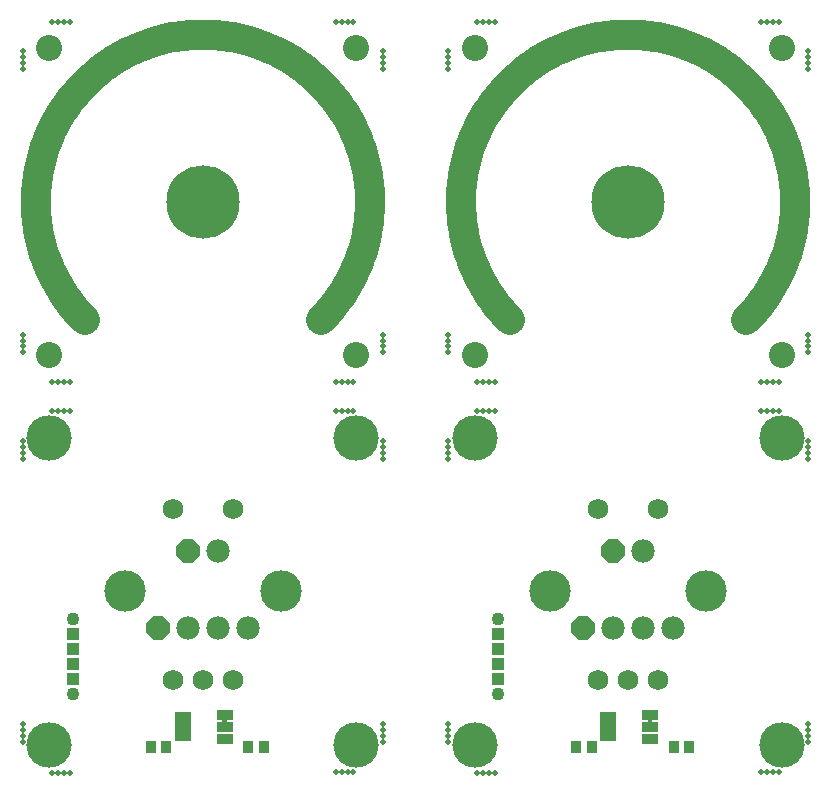
<source format=gbr>
G04 EAGLE Gerber RS-274X export*
G75*
%MOMM*%
%FSLAX34Y34*%
%LPD*%
%INSoldermask Bottom*%
%IPPOS*%
%AMOC8*
5,1,8,0,0,1.08239X$1,22.5*%
G01*
%ADD10C,0.503200*%
%ADD11C,6.203200*%
%ADD12C,2.203200*%
%ADD13C,2.540000*%
%ADD14P,2.144431X8X22.500000*%
%ADD15C,1.981200*%
%ADD16R,1.473200X0.838200*%
%ADD17C,1.727200*%
%ADD18C,3.505200*%
%ADD19R,0.903200X1.103200*%
%ADD20R,1.103200X1.103200*%
%ADD21C,1.103200*%
%ADD22C,3.845200*%

G36*
X589775Y97622D02*
X589775Y97622D01*
X589841Y97624D01*
X589884Y97642D01*
X589931Y97650D01*
X589988Y97684D01*
X590048Y97709D01*
X590083Y97740D01*
X590124Y97765D01*
X590166Y97816D01*
X590214Y97860D01*
X590236Y97902D01*
X590265Y97939D01*
X590286Y98001D01*
X590317Y98060D01*
X590325Y98114D01*
X590337Y98151D01*
X590336Y98191D01*
X590344Y98245D01*
X590344Y102055D01*
X590333Y102120D01*
X590331Y102186D01*
X590313Y102229D01*
X590305Y102276D01*
X590271Y102333D01*
X590246Y102393D01*
X590215Y102428D01*
X590190Y102469D01*
X590139Y102511D01*
X590095Y102559D01*
X590053Y102581D01*
X590016Y102610D01*
X589954Y102631D01*
X589895Y102662D01*
X589841Y102670D01*
X589804Y102682D01*
X589764Y102681D01*
X589710Y102689D01*
X587170Y102689D01*
X587105Y102678D01*
X587039Y102676D01*
X586996Y102658D01*
X586949Y102650D01*
X586892Y102616D01*
X586832Y102591D01*
X586797Y102560D01*
X586756Y102535D01*
X586715Y102484D01*
X586666Y102440D01*
X586644Y102398D01*
X586615Y102361D01*
X586594Y102299D01*
X586563Y102240D01*
X586555Y102186D01*
X586543Y102149D01*
X586543Y102145D01*
X586543Y102144D01*
X586544Y102109D01*
X586536Y102055D01*
X586536Y98245D01*
X586547Y98180D01*
X586549Y98114D01*
X586567Y98071D01*
X586575Y98024D01*
X586609Y97967D01*
X586634Y97907D01*
X586665Y97872D01*
X586690Y97831D01*
X586741Y97790D01*
X586785Y97741D01*
X586827Y97719D01*
X586864Y97690D01*
X586926Y97669D01*
X586985Y97638D01*
X587039Y97630D01*
X587076Y97618D01*
X587116Y97619D01*
X587170Y97611D01*
X589710Y97611D01*
X589775Y97622D01*
G37*
G36*
X229775Y97622D02*
X229775Y97622D01*
X229841Y97624D01*
X229884Y97642D01*
X229931Y97650D01*
X229988Y97684D01*
X230048Y97709D01*
X230083Y97740D01*
X230124Y97765D01*
X230166Y97816D01*
X230214Y97860D01*
X230236Y97902D01*
X230265Y97939D01*
X230286Y98001D01*
X230317Y98060D01*
X230325Y98114D01*
X230337Y98151D01*
X230336Y98191D01*
X230344Y98245D01*
X230344Y102055D01*
X230333Y102120D01*
X230331Y102186D01*
X230313Y102229D01*
X230305Y102276D01*
X230271Y102333D01*
X230246Y102393D01*
X230215Y102428D01*
X230190Y102469D01*
X230139Y102511D01*
X230095Y102559D01*
X230053Y102581D01*
X230016Y102610D01*
X229954Y102631D01*
X229895Y102662D01*
X229841Y102670D01*
X229804Y102682D01*
X229764Y102681D01*
X229710Y102689D01*
X227170Y102689D01*
X227105Y102678D01*
X227039Y102676D01*
X226996Y102658D01*
X226949Y102650D01*
X226892Y102616D01*
X226832Y102591D01*
X226797Y102560D01*
X226756Y102535D01*
X226715Y102484D01*
X226666Y102440D01*
X226644Y102398D01*
X226615Y102361D01*
X226594Y102299D01*
X226563Y102240D01*
X226555Y102186D01*
X226543Y102149D01*
X226543Y102145D01*
X226543Y102144D01*
X226544Y102109D01*
X226536Y102055D01*
X226536Y98245D01*
X226547Y98180D01*
X226549Y98114D01*
X226567Y98071D01*
X226575Y98024D01*
X226609Y97967D01*
X226634Y97907D01*
X226665Y97872D01*
X226690Y97831D01*
X226741Y97790D01*
X226785Y97741D01*
X226827Y97719D01*
X226864Y97690D01*
X226926Y97669D01*
X226985Y97638D01*
X227039Y97630D01*
X227076Y97618D01*
X227116Y97619D01*
X227170Y97611D01*
X229710Y97611D01*
X229775Y97622D01*
G37*
D10*
X92500Y387500D03*
X97500Y387500D03*
X92500Y362500D03*
X97500Y362500D03*
X322500Y362500D03*
X327500Y362500D03*
X327500Y387500D03*
X322500Y387500D03*
X362500Y322500D03*
X362500Y332500D03*
X362500Y92500D03*
X362500Y97500D03*
X327500Y57500D03*
X322500Y57500D03*
X97500Y56250D03*
X92500Y56250D03*
X57500Y92500D03*
X57500Y97500D03*
X57500Y322500D03*
X57500Y327500D03*
X57500Y422500D03*
X57500Y427500D03*
X362500Y422500D03*
X362500Y427500D03*
X362500Y652500D03*
X362500Y657500D03*
X327500Y692500D03*
X322500Y692500D03*
X92500Y692500D03*
X97500Y692500D03*
X57500Y657500D03*
X57500Y652500D03*
D11*
X210000Y540000D03*
D12*
X80000Y670000D03*
X340000Y670000D03*
X340000Y410000D03*
X80000Y410000D03*
D13*
X110000Y440000D02*
X107589Y442471D01*
X105238Y445001D01*
X102950Y447587D01*
X100726Y450228D01*
X98567Y452922D01*
X96474Y455669D01*
X94449Y458466D01*
X92493Y461311D01*
X90607Y464203D01*
X88792Y467141D01*
X87049Y470122D01*
X85380Y473144D01*
X83785Y476207D01*
X82265Y479307D01*
X80821Y482444D01*
X79454Y485615D01*
X78166Y488818D01*
X76955Y492052D01*
X75824Y495314D01*
X74773Y498604D01*
X73803Y501917D01*
X72914Y505254D01*
X72106Y508611D01*
X71381Y511987D01*
X70739Y515380D01*
X70179Y518787D01*
X69703Y522207D01*
X69310Y525637D01*
X69002Y529076D01*
X68777Y532522D01*
X68636Y535972D01*
X68580Y539425D01*
X68608Y542877D01*
X68721Y546328D01*
X68917Y549776D01*
X69198Y553217D01*
X69563Y556651D01*
X70011Y560075D01*
X70543Y563486D01*
X71158Y566884D01*
X71856Y570266D01*
X72636Y573629D01*
X73498Y576973D01*
X74441Y580294D01*
X75465Y583592D01*
X76569Y586864D01*
X77753Y590107D01*
X79016Y593321D01*
X80357Y596503D01*
X81775Y599651D01*
X83270Y602764D01*
X84840Y605839D01*
X86484Y608875D01*
X88203Y611870D01*
X89994Y614822D01*
X91856Y617730D01*
X93789Y620591D01*
X95791Y623404D01*
X97862Y626168D01*
X99999Y628880D01*
X102201Y631539D01*
X104468Y634143D01*
X106798Y636692D01*
X109190Y639183D01*
X111641Y641614D01*
X114151Y643985D01*
X116719Y646294D01*
X119341Y648540D01*
X122018Y650721D01*
X124748Y652836D01*
X127528Y654884D01*
X130357Y656863D01*
X133234Y658773D01*
X136157Y660611D01*
X139123Y662378D01*
X142132Y664072D01*
X145182Y665692D01*
X148270Y667237D01*
X151394Y668706D01*
X154554Y670099D01*
X157747Y671414D01*
X160971Y672650D01*
X164224Y673808D01*
X167504Y674885D01*
X170810Y675883D01*
X174139Y676799D01*
X177490Y677634D01*
X180860Y678386D01*
X184247Y679056D01*
X187650Y679644D01*
X191065Y680148D01*
X194493Y680568D01*
X197929Y680905D01*
X201373Y681158D01*
X204822Y681326D01*
X208274Y681410D01*
X211726Y681410D01*
X215178Y681326D01*
X218627Y681158D01*
X222071Y680905D01*
X225507Y680568D01*
X228935Y680148D01*
X232350Y679644D01*
X235753Y679056D01*
X239140Y678386D01*
X242510Y677634D01*
X245861Y676799D01*
X249190Y675883D01*
X252496Y674885D01*
X255776Y673808D01*
X259029Y672650D01*
X262253Y671414D01*
X265446Y670099D01*
X268606Y668706D01*
X271730Y667237D01*
X274818Y665692D01*
X277868Y664072D01*
X280877Y662378D01*
X283843Y660611D01*
X286766Y658773D01*
X289643Y656863D01*
X292472Y654884D01*
X295252Y652836D01*
X297982Y650721D01*
X300659Y648540D01*
X303281Y646294D01*
X305849Y643985D01*
X308359Y641614D01*
X310810Y639183D01*
X313202Y636692D01*
X315532Y634143D01*
X317799Y631539D01*
X320001Y628880D01*
X322138Y626168D01*
X324209Y623404D01*
X326211Y620591D01*
X328144Y617730D01*
X330006Y614822D01*
X331797Y611870D01*
X333516Y608875D01*
X335160Y605839D01*
X336730Y602764D01*
X338225Y599651D01*
X339643Y596503D01*
X340984Y593321D01*
X342247Y590107D01*
X343431Y586864D01*
X344535Y583592D01*
X345559Y580294D01*
X346502Y576973D01*
X347364Y573629D01*
X348144Y570266D01*
X348842Y566884D01*
X349457Y563486D01*
X349989Y560075D01*
X350437Y556651D01*
X350802Y553217D01*
X351083Y549776D01*
X351279Y546328D01*
X351392Y542877D01*
X351420Y539425D01*
X351364Y535972D01*
X351223Y532522D01*
X350998Y529076D01*
X350690Y525637D01*
X350297Y522207D01*
X349821Y518787D01*
X349261Y515380D01*
X348619Y511987D01*
X347894Y508611D01*
X347086Y505254D01*
X346197Y501917D01*
X345227Y498604D01*
X344176Y495314D01*
X343045Y492052D01*
X341834Y488818D01*
X340546Y485615D01*
X339179Y482444D01*
X337735Y479307D01*
X336215Y476207D01*
X334620Y473144D01*
X332951Y470122D01*
X331208Y467141D01*
X329393Y464203D01*
X327507Y461311D01*
X325551Y458466D01*
X323526Y455669D01*
X321433Y452922D01*
X319274Y450228D01*
X317050Y447587D01*
X314762Y445001D01*
X312411Y442471D01*
X310000Y440000D01*
D10*
X57500Y332500D03*
X57500Y337500D03*
X87500Y362500D03*
X82500Y362500D03*
X87500Y387500D03*
X82500Y387500D03*
X57500Y417500D03*
X57500Y412500D03*
X57500Y662500D03*
X57500Y667500D03*
X87500Y692500D03*
X82500Y692500D03*
X332500Y692500D03*
X337500Y692500D03*
X362500Y662500D03*
X362500Y667500D03*
X362500Y417500D03*
X362500Y412500D03*
X362500Y327500D03*
X362500Y337500D03*
X362500Y87500D03*
X362500Y82500D03*
X332500Y57500D03*
X337500Y57500D03*
X87500Y56250D03*
X82500Y56250D03*
X57500Y87500D03*
X57500Y82500D03*
X332500Y362500D03*
X337500Y362500D03*
X332500Y387500D03*
X337500Y387500D03*
X452500Y387500D03*
X457500Y387500D03*
X452500Y362500D03*
X457500Y362500D03*
X682500Y362500D03*
X687500Y362500D03*
X687500Y387500D03*
X682500Y387500D03*
X722500Y322500D03*
X722500Y332500D03*
X722500Y92500D03*
X722500Y97500D03*
X687500Y57500D03*
X682500Y57500D03*
X457500Y56250D03*
X452500Y56250D03*
X417500Y92500D03*
X417500Y97500D03*
X417500Y322500D03*
X417500Y327500D03*
X417500Y422500D03*
X417500Y427500D03*
X722500Y422500D03*
X722500Y427500D03*
X722500Y652500D03*
X722500Y657500D03*
X687500Y692500D03*
X682500Y692500D03*
X452500Y692500D03*
X457500Y692500D03*
X417500Y657500D03*
X417500Y652500D03*
D11*
X570000Y540000D03*
D12*
X440000Y670000D03*
X700000Y670000D03*
X700000Y410000D03*
X440000Y410000D03*
D13*
X470000Y440000D02*
X467589Y442471D01*
X465238Y445001D01*
X462950Y447587D01*
X460726Y450228D01*
X458567Y452922D01*
X456474Y455669D01*
X454449Y458466D01*
X452493Y461311D01*
X450607Y464203D01*
X448792Y467141D01*
X447049Y470122D01*
X445380Y473144D01*
X443785Y476207D01*
X442265Y479307D01*
X440821Y482444D01*
X439454Y485615D01*
X438166Y488818D01*
X436955Y492052D01*
X435824Y495314D01*
X434773Y498604D01*
X433803Y501917D01*
X432914Y505254D01*
X432106Y508611D01*
X431381Y511987D01*
X430739Y515380D01*
X430179Y518787D01*
X429703Y522207D01*
X429310Y525637D01*
X429002Y529076D01*
X428777Y532522D01*
X428636Y535972D01*
X428580Y539425D01*
X428608Y542877D01*
X428721Y546328D01*
X428917Y549776D01*
X429198Y553217D01*
X429563Y556651D01*
X430011Y560075D01*
X430543Y563486D01*
X431158Y566884D01*
X431856Y570266D01*
X432636Y573629D01*
X433498Y576973D01*
X434441Y580294D01*
X435465Y583592D01*
X436569Y586864D01*
X437753Y590107D01*
X439016Y593321D01*
X440357Y596503D01*
X441775Y599651D01*
X443270Y602764D01*
X444840Y605839D01*
X446484Y608875D01*
X448203Y611870D01*
X449994Y614822D01*
X451856Y617730D01*
X453789Y620591D01*
X455791Y623404D01*
X457862Y626168D01*
X459999Y628880D01*
X462201Y631539D01*
X464468Y634143D01*
X466798Y636692D01*
X469190Y639183D01*
X471641Y641614D01*
X474151Y643985D01*
X476719Y646294D01*
X479341Y648540D01*
X482018Y650721D01*
X484748Y652836D01*
X487528Y654884D01*
X490357Y656863D01*
X493234Y658773D01*
X496157Y660611D01*
X499123Y662378D01*
X502132Y664072D01*
X505182Y665692D01*
X508270Y667237D01*
X511394Y668706D01*
X514554Y670099D01*
X517747Y671414D01*
X520971Y672650D01*
X524224Y673808D01*
X527504Y674885D01*
X530810Y675883D01*
X534139Y676799D01*
X537490Y677634D01*
X540860Y678386D01*
X544247Y679056D01*
X547650Y679644D01*
X551065Y680148D01*
X554493Y680568D01*
X557929Y680905D01*
X561373Y681158D01*
X564822Y681326D01*
X568274Y681410D01*
X571726Y681410D01*
X575178Y681326D01*
X578627Y681158D01*
X582071Y680905D01*
X585507Y680568D01*
X588935Y680148D01*
X592350Y679644D01*
X595753Y679056D01*
X599140Y678386D01*
X602510Y677634D01*
X605861Y676799D01*
X609190Y675883D01*
X612496Y674885D01*
X615776Y673808D01*
X619029Y672650D01*
X622253Y671414D01*
X625446Y670099D01*
X628606Y668706D01*
X631730Y667237D01*
X634818Y665692D01*
X637868Y664072D01*
X640877Y662378D01*
X643843Y660611D01*
X646766Y658773D01*
X649643Y656863D01*
X652472Y654884D01*
X655252Y652836D01*
X657982Y650721D01*
X660659Y648540D01*
X663281Y646294D01*
X665849Y643985D01*
X668359Y641614D01*
X670810Y639183D01*
X673202Y636692D01*
X675532Y634143D01*
X677799Y631539D01*
X680001Y628880D01*
X682138Y626168D01*
X684209Y623404D01*
X686211Y620591D01*
X688144Y617730D01*
X690006Y614822D01*
X691797Y611870D01*
X693516Y608875D01*
X695160Y605839D01*
X696730Y602764D01*
X698225Y599651D01*
X699643Y596503D01*
X700984Y593321D01*
X702247Y590107D01*
X703431Y586864D01*
X704535Y583592D01*
X705559Y580294D01*
X706502Y576973D01*
X707364Y573629D01*
X708144Y570266D01*
X708842Y566884D01*
X709457Y563486D01*
X709989Y560075D01*
X710437Y556651D01*
X710802Y553217D01*
X711083Y549776D01*
X711279Y546328D01*
X711392Y542877D01*
X711420Y539425D01*
X711364Y535972D01*
X711223Y532522D01*
X710998Y529076D01*
X710690Y525637D01*
X710297Y522207D01*
X709821Y518787D01*
X709261Y515380D01*
X708619Y511987D01*
X707894Y508611D01*
X707086Y505254D01*
X706197Y501917D01*
X705227Y498604D01*
X704176Y495314D01*
X703045Y492052D01*
X701834Y488818D01*
X700546Y485615D01*
X699179Y482444D01*
X697735Y479307D01*
X696215Y476207D01*
X694620Y473144D01*
X692951Y470122D01*
X691208Y467141D01*
X689393Y464203D01*
X687507Y461311D01*
X685551Y458466D01*
X683526Y455669D01*
X681433Y452922D01*
X679274Y450228D01*
X677050Y447587D01*
X674762Y445001D01*
X672411Y442471D01*
X670000Y440000D01*
D10*
X417500Y332500D03*
X417500Y337500D03*
X447500Y362500D03*
X442500Y362500D03*
X447500Y387500D03*
X442500Y387500D03*
X417500Y417500D03*
X417500Y412500D03*
X417500Y662500D03*
X417500Y667500D03*
X447500Y692500D03*
X442500Y692500D03*
X692500Y692500D03*
X697500Y692500D03*
X722500Y662500D03*
X722500Y667500D03*
X722500Y417500D03*
X722500Y412500D03*
X722500Y327500D03*
X722500Y337500D03*
X722500Y87500D03*
X722500Y82500D03*
X692500Y57500D03*
X697500Y57500D03*
X447500Y56250D03*
X442500Y56250D03*
X417500Y87500D03*
X417500Y82500D03*
X692500Y362500D03*
X697500Y362500D03*
X692500Y387500D03*
X697500Y387500D03*
D14*
X171900Y179450D03*
D15*
X197300Y179450D03*
X222700Y179450D03*
X248100Y179450D03*
D16*
X228440Y84910D03*
X228440Y95070D03*
X228440Y105230D03*
D17*
X210000Y135070D03*
X235400Y279850D03*
D18*
X276040Y210000D03*
X143960Y210000D03*
D17*
X184600Y279850D03*
X235400Y135070D03*
X184600Y135070D03*
D14*
X197300Y243970D03*
D15*
X222700Y243970D03*
D19*
X166060Y78580D03*
X179060Y78580D03*
X248610Y78580D03*
X261610Y78580D03*
D16*
X192880Y87572D03*
X192880Y95700D03*
X192880Y103828D03*
D20*
X100000Y161350D03*
X100000Y174050D03*
D21*
X100000Y186750D03*
X100000Y123250D03*
D20*
X100000Y148650D03*
X100000Y135950D03*
D22*
X80000Y80000D03*
X80000Y340000D03*
X340000Y340000D03*
X340000Y80000D03*
D14*
X531900Y179450D03*
D15*
X557300Y179450D03*
X582700Y179450D03*
X608100Y179450D03*
D16*
X588440Y84910D03*
X588440Y95070D03*
X588440Y105230D03*
D17*
X570000Y135070D03*
X595400Y279850D03*
D18*
X636040Y210000D03*
X503960Y210000D03*
D17*
X544600Y279850D03*
X595400Y135070D03*
X544600Y135070D03*
D14*
X557300Y243970D03*
D15*
X582700Y243970D03*
D19*
X526060Y78580D03*
X539060Y78580D03*
X608610Y78580D03*
X621610Y78580D03*
D16*
X552880Y87572D03*
X552880Y95700D03*
X552880Y103828D03*
D20*
X460000Y161350D03*
X460000Y174050D03*
D21*
X460000Y186750D03*
X460000Y123250D03*
D20*
X460000Y148650D03*
X460000Y135950D03*
D22*
X440000Y80000D03*
X440000Y340000D03*
X700000Y340000D03*
X700000Y80000D03*
M02*

</source>
